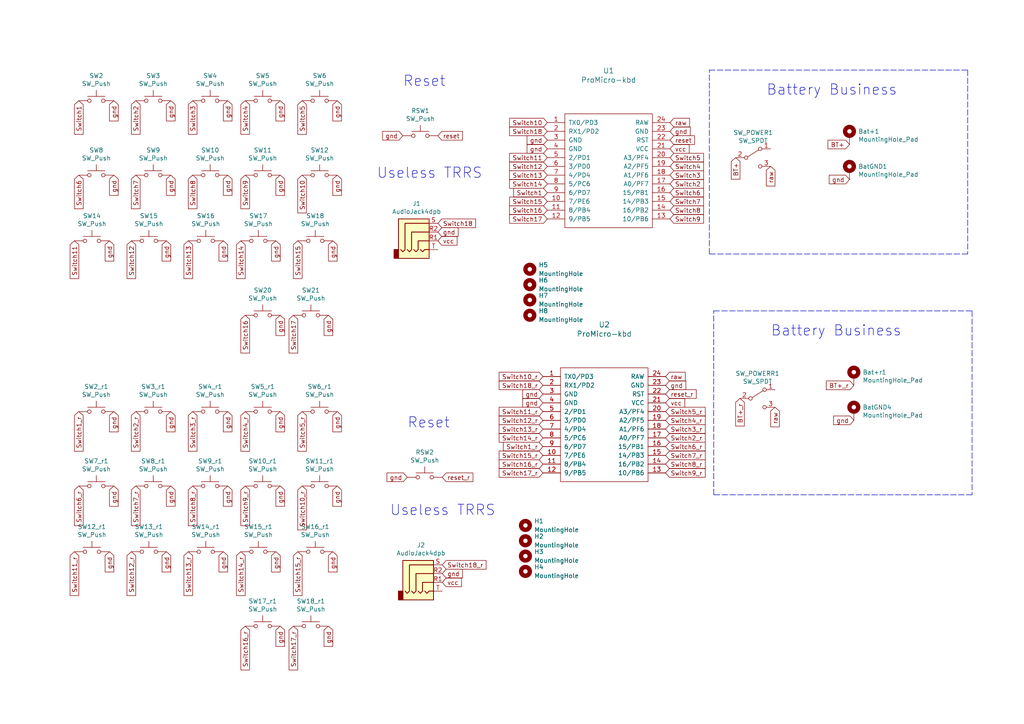
<source format=kicad_sch>
(kicad_sch (version 20211123) (generator eeschema)
  (paper "A4")
  (title_block (title "Sweep V2") (date "2021-03-10") (rev "0.1") (company "broomlabs"))
  (lib_symbols
    (symbol "Connector:AudioJack4"
      (property "Reference" "J" (at 0 8.89 0))
      (property "Value" "AudioJack4" (at 0 6.35 0))
      (symbol "AudioJack4_0_1"
        (rectangle (start -6.35 -5.08) (end -7.62 -7.62) (stroke (width 0.254)) (fill (type outline)))
        (polyline (pts (xy 0 -5.08) (xy 0.635 -5.715) (xy 1.27 -5.08) (xy 2.54 -5.08)) (stroke (width 0.254)))
        (polyline (pts (xy -5.715 -5.08) (xy -5.08 -5.715) (xy -4.445 -5.08) (xy -4.445 2.54) (xy 2.54 2.54)) (stroke (width 0.254)))
        (polyline (pts (xy -1.905 -5.08) (xy -1.27 -5.715) (xy -0.635 -5.08) (xy -0.635 -2.54) (xy 2.54 -2.54)) (stroke (width 0.254)))
        (polyline (pts (xy 2.54 0) (xy -2.54 0) (xy -2.54 -5.08) (xy -3.175 -5.715) (xy -3.81 -5.08)) (stroke (width 0.254)))
        (rectangle (start 2.54 3.81) (end -6.35 -7.62) (stroke (width 0.254)) (fill (type background)))
      )
      (symbol "AudioJack4_1_1"
        (pin passive line (at 5.08 -2.54 180) (length 2.54) (name "~") (number "R1"))
        (pin passive line (at 5.08 0 180) (length 2.54) (name "~") (number "R2"))
        (pin passive line (at 5.08 2.54 180) (length 2.54) (name "~") (number "S"))
        (pin passive line (at 5.08 -5.08 180) (length 2.54) (name "~") (number "T"))
      )
    )
    (symbol "Mechanical:MountingHole" (pin_names (offset 1.016))
      (property "Reference" "H" (at 0 5.08 0))
      (property "Value" "MountingHole" (at 0 3.175 0))
      (symbol "MountingHole_0_1"
        (circle (center 0 0) (radius 1.27) (stroke (width 1.27)))
      )
    )
    (symbol "Mechanical:MountingHole_Pad" (pin_numbers hide) (pin_names (offset 1.016) hide)
      (property "Reference" "H" (at 0 6.35 0))
      (property "Value" "MountingHole_Pad" (at 0 4.445 0))
      (symbol "MountingHole_Pad_0_1"
        (circle (center 0 1.27) (radius 1.27) (stroke (width 1.27)))
      )
      (symbol "MountingHole_Pad_1_1"
        (pin input line (at 0 -2.54 90) (length 2.54) (name "1") (number "1"))
      )
    )
    (symbol "Switch:SW_Push" (pin_numbers hide) (pin_names (offset 1.016) hide)
      (property "Reference" "SW" (at 1.27 2.54 0))
      (property "Value" "SW_Push" (at 0 -1.524 0))
      (symbol "SW_Push_0_1"
        (circle (center -2.032 0) (radius 0.508))
        (polyline (pts (xy 0 1.27) (xy 0 3.048)))
        (polyline (pts (xy 2.54 1.27) (xy -2.54 1.27)))
        (circle (center 2.032 0) (radius 0.508))
        (pin passive line (at -5.08 0 0) (length 2.54) (name "1") (number "1"))
        (pin passive line (at 5.08 0 180) (length 2.54) (name "2") (number "2"))
      )
    )
    (symbol "Switch:SW_SPDT" (pin_names (offset 0) hide)
      (property "Reference" "SW" (at 0 4.318 0))
      (property "Value" "SW_SPDT" (at 0 -5.08 0))
      (symbol "SW_SPDT_0_0"
        (circle (center -2.032 0) (radius 0.508))
        (circle (center 2.032 -2.54) (radius 0.508))
      )
      (symbol "SW_SPDT_0_1"
        (polyline (pts (xy -1.524 0.254) (xy 1.651 2.286)))
        (circle (center 2.032 2.54) (radius 0.508))
      )
      (symbol "SW_SPDT_1_1"
        (pin passive line (at 5.08 2.54 180) (length 2.54) (name "A") (number "1"))
        (pin passive line (at -5.08 0 0) (length 2.54) (name "B") (number "2"))
        (pin passive line (at 5.08 -2.54 180) (length 2.54) (name "C") (number "3"))
      )
    )
    (symbol "keebio:ProMicro" (pin_names (offset 1.016))
      (property "Reference" "U" (at 0 0 0))
      (property "Value" "ProMicro" (at 0 -19.05 0))
      (symbol "ProMicro_0_1"
        (rectangle (start -12.7 -16.51) (end 12.7 16.51))
      )
      (symbol "ProMicro_1_1"
        (pin input line (at -17.78 13.97 0) (length 5.08) (name "TX0/PD3") (number "1"))
        (pin input line (at -17.78 -8.89 0) (length 5.08) (name "7/PE6") (number "10"))
        (pin input line (at -17.78 -11.43 0) (length 5.08) (name "8/PB4") (number "11"))
        (pin input line (at -17.78 -13.97 0) (length 5.08) (name "9/PB5") (number "12"))
        (pin input line (at 17.78 -13.97 180) (length 5.08) (name "10/PB6") (number "13"))
        (pin input line (at 17.78 -11.43 180) (length 5.08) (name "16/PB2") (number "14"))
        (pin input line (at 17.78 -8.89 180) (length 5.08) (name "14/PB3") (number "15"))
        (pin input line (at 17.78 -6.35 180) (length 5.08) (name "15/PB1") (number "16"))
        (pin input line (at 17.78 -3.81 180) (length 5.08) (name "A0/PF7") (number "17"))
        (pin input line (at 17.78 -1.27 180) (length 5.08) (name "A1/PF6") (number "18"))
        (pin input line (at 17.78 1.27 180) (length 5.08) (name "A2/PF5") (number "19"))
        (pin input line (at -17.78 11.43 0) (length 5.08) (name "RX1/PD2") (number "2"))
        (pin input line (at 17.78 3.81 180) (length 5.08) (name "A3/PF4") (number "20"))
        (pin input line (at 17.78 6.35 180) (length 5.08) (name "VCC") (number "21"))
        (pin input line (at 17.78 8.89 180) (length 5.08) (name "RST") (number "22"))
        (pin input line (at 17.78 11.43 180) (length 5.08) (name "GND") (number "23"))
        (pin input line (at 17.78 13.97 180) (length 5.08) (name "RAW") (number "24"))
        (pin input line (at -17.78 8.89 0) (length 5.08) (name "GND") (number "3"))
        (pin input line (at -17.78 6.35 0) (length 5.08) (name "GND") (number "4"))
        (pin input line (at -17.78 3.81 0) (length 5.08) (name "2/PD1") (number "5"))
        (pin input line (at -17.78 1.27 0) (length 5.08) (name "3/PD0") (number "6"))
        (pin input line (at -17.78 -1.27 0) (length 5.08) (name "4/PD4") (number "7"))
        (pin input line (at -17.78 -3.81 0) (length 5.08) (name "5/PC6") (number "8"))
        (pin input line (at -17.78 -6.35 0) (length 5.08) (name "6/PD7") (number "9"))
      )
    )
  )
  (polyline (pts (xy 281.94 143.51) (xy 207.01 143.51)))
  (polyline (pts (xy 205.74 20.32) (xy 280.67 20.32)))
  (polyline (pts (xy 280.67 73.66) (xy 205.74 73.66)))
  (polyline (pts (xy 207.01 143.51) (xy 207.01 90.17)))
  (polyline (pts (xy 205.74 73.66) (xy 205.74 20.32)))
  (polyline (pts (xy 281.94 90.17) (xy 281.94 143.51)))
  (polyline (pts (xy 207.01 90.17) (xy 281.94 90.17)))
  (polyline (pts (xy 280.67 20.32) (xy 280.67 73.66)))
  (text "Battery Business" (at 222.25 27.94 0) (effects (font (size 2.9972 2.9972)) (justify left bottom)))
  (text "Reset" (at 118.11 124.46 0) (effects (font (size 2.9972 2.9972)) (justify left bottom)))
  (text "Reset" (at 116.84 25.4 0) (effects (font (size 2.9972 2.9972)) (justify left bottom)))
  (text "Battery Business" (at 223.52 97.79 0) (effects (font (size 2.9972 2.9972)) (justify left bottom)))
  (text "Useless TRRS\n" (at 113.03 149.86 0) (effects (font (size 2.9972 2.9972)) (justify left bottom)))
  (text "Useless TRRS\n" (at 109.22 52.07 0) (effects (font (size 2.9972 2.9972)) (justify left bottom)))
  (global_label "Switch9_r" (shape input) (at 71.12 140.97 270) (property "Intersheet References" "${INTERSHEET_REFS}" (effects hide)))
  (global_label "Switch1" (shape input) (at 22.86 29.21 270) (property "Intersheet References" "${INTERSHEET_REFS}" (effects hide)))
  (global_label "Switch16" (shape input) (at 158.75 60.96 180) (property "Intersheet References" "${INTERSHEET_REFS}" (effects hide)))
  (global_label "reset" (shape input) (at 194.31 40.64 0) (property "Intersheet References" "${INTERSHEET_REFS}" (effects hide)))
  (global_label "Switch3" (shape input) (at 55.88 29.21 270) (property "Intersheet References" "${INTERSHEET_REFS}" (effects hide)))
  (global_label "BT+" (shape input) (at 246.38 41.91 180) (property "Intersheet References" "${INTERSHEET_REFS}" (effects hide)))
  (global_label "gnd" (shape input) (at 96.52 160.02 270) (property "Intersheet References" "${INTERSHEET_REFS}" (effects hide)))
  (global_label "Switch8_r" (shape input) (at 55.88 140.97 270) (property "Intersheet References" "${INTERSHEET_REFS}" (effects hide)))
  (global_label "gnd" (shape input) (at 49.53 140.97 270) (property "Intersheet References" "${INTERSHEET_REFS}" (effects hide)))
  (global_label "Switch9" (shape input) (at 71.12 50.8 270) (property "Intersheet References" "${INTERSHEET_REFS}" (effects hide)))
  (global_label "raw" (shape input) (at 223.52 48.26 270) (property "Intersheet References" "${INTERSHEET_REFS}" (effects hide)))
  (global_label "Switch3" (shape input) (at 194.31 50.8 0) (property "Intersheet References" "${INTERSHEET_REFS}" (effects hide)))
  (global_label "Switch7_r" (shape input) (at 193.04 132.08 0) (property "Intersheet References" "${INTERSHEET_REFS}" (effects hide)))
  (global_label "reset_r" (shape input) (at 193.04 114.3 0) (property "Intersheet References" "${INTERSHEET_REFS}" (effects hide)))
  (global_label "Switch5_r" (shape input) (at 193.04 119.38 0) (property "Intersheet References" "${INTERSHEET_REFS}" (effects hide)))
  (global_label "Switch17" (shape input) (at 85.09 91.44 270) (property "Intersheet References" "${INTERSHEET_REFS}" (effects hide)))
  (global_label "Switch6_r" (shape input) (at 22.86 140.97 270) (property "Intersheet References" "${INTERSHEET_REFS}" (effects hide)))
  (global_label "Switch7_r" (shape input) (at 39.37 140.97 270) (property "Intersheet References" "${INTERSHEET_REFS}" (effects hide)))
  (global_label "gnd" (shape input) (at 247.65 121.92 180) (property "Intersheet References" "${INTERSHEET_REFS}" (effects hide)))
  (global_label "Switch5_r" (shape input) (at 87.63 119.38 270) (property "Intersheet References" "${INTERSHEET_REFS}" (effects hide)))
  (global_label "gnd" (shape input) (at 31.75 69.85 270) (property "Intersheet References" "${INTERSHEET_REFS}" (effects hide)))
  (global_label "Switch8" (shape input) (at 194.31 60.96 0) (property "Intersheet References" "${INTERSHEET_REFS}" (effects hide)))
  (global_label "gnd" (shape input) (at 95.25 181.61 270) (property "Intersheet References" "${INTERSHEET_REFS}" (effects hide)))
  (global_label "gnd" (shape input) (at 158.75 40.64 180) (property "Intersheet References" "${INTERSHEET_REFS}" (effects hide)))
  (global_label "gnd" (shape input) (at 33.02 50.8 270) (property "Intersheet References" "${INTERSHEET_REFS}" (effects hide)))
  (global_label "Switch14" (shape input) (at 69.85 69.85 270) (property "Intersheet References" "${INTERSHEET_REFS}" (effects hide)))
  (global_label "reset_r" (shape input) (at 128.27 138.43 0) (property "Intersheet References" "${INTERSHEET_REFS}" (effects hide)))
  (global_label "BT+" (shape input) (at 213.36 45.72 270) (property "Intersheet References" "${INTERSHEET_REFS}" (effects hide)))
  (global_label "Switch10_r" (shape input) (at 87.63 140.97 270) (property "Intersheet References" "${INTERSHEET_REFS}" (effects hide)))
  (global_label "gnd" (shape input) (at 96.52 69.85 270) (property "Intersheet References" "${INTERSHEET_REFS}" (effects hide)))
  (global_label "Switch2" (shape input) (at 39.37 29.21 270) (property "Intersheet References" "${INTERSHEET_REFS}" (effects hide)))
  (global_label "gnd" (shape input) (at 66.04 119.38 270) (property "Intersheet References" "${INTERSHEET_REFS}" (effects hide)))
  (global_label "Switch5" (shape input) (at 194.31 45.72 0) (property "Intersheet References" "${INTERSHEET_REFS}" (effects hide)))
  (global_label "Switch14_r" (shape input) (at 157.48 127 180) (property "Intersheet References" "${INTERSHEET_REFS}" (effects hide)))
  (global_label "Switch7" (shape input) (at 194.31 58.42 0) (property "Intersheet References" "${INTERSHEET_REFS}" (effects hide)))
  (global_label "gnd" (shape input) (at 66.04 29.21 270) (property "Intersheet References" "${INTERSHEET_REFS}" (effects hide)))
  (global_label "raw" (shape input) (at 224.79 118.11 270) (property "Intersheet References" "${INTERSHEET_REFS}" (effects hide)))
  (global_label "raw" (shape input) (at 194.31 35.56 0) (property "Intersheet References" "${INTERSHEET_REFS}" (effects hide)))
  (global_label "Switch14_r" (shape input) (at 69.85 160.02 270) (property "Intersheet References" "${INTERSHEET_REFS}" (effects hide)))
  (global_label "vcc" (shape input) (at 194.31 43.18 0) (property "Intersheet References" "${INTERSHEET_REFS}" (effects hide)))
  (global_label "gnd" (shape input) (at 81.28 140.97 270) (property "Intersheet References" "${INTERSHEET_REFS}" (effects hide)))
  (global_label "Switch6" (shape input) (at 194.31 55.88 0) (property "Intersheet References" "${INTERSHEET_REFS}" (effects hide)))
  (global_label "Switch18_r" (shape input) (at 128.27 163.83 0) (property "Intersheet References" "${INTERSHEET_REFS}" (effects hide)))
  (global_label "Switch2" (shape input) (at 194.31 53.34 0) (property "Intersheet References" "${INTERSHEET_REFS}" (effects hide)))
  (global_label "Switch11" (shape input) (at 21.59 69.85 270) (property "Intersheet References" "${INTERSHEET_REFS}" (effects hide)))
  (global_label "Switch6_r" (shape input) (at 193.04 129.54 0) (property "Intersheet References" "${INTERSHEET_REFS}" (effects hide)))
  (global_label "Switch18" (shape input) (at 158.75 38.1 180) (property "Intersheet References" "${INTERSHEET_REFS}" (effects hide)))
  (global_label "Switch4_r" (shape input) (at 193.04 121.92 0) (property "Intersheet References" "${INTERSHEET_REFS}" (effects hide)))
  (global_label "Switch11_r" (shape input) (at 157.48 119.38 180) (property "Intersheet References" "${INTERSHEET_REFS}" (effects hide)))
  (global_label "Switch9_r" (shape input) (at 193.04 137.16 0) (property "Intersheet References" "${INTERSHEET_REFS}" (effects hide)))
  (global_label "gnd" (shape input) (at 49.53 119.38 270) (property "Intersheet References" "${INTERSHEET_REFS}" (effects hide)))
  (global_label "gnd" (shape input) (at 128.27 166.37 0) (property "Intersheet References" "${INTERSHEET_REFS}" (effects hide)))
  (global_label "gnd" (shape input) (at 158.75 43.18 180) (property "Intersheet References" "${INTERSHEET_REFS}" (effects hide)))
  (global_label "gnd" (shape input) (at 97.79 119.38 270) (property "Intersheet References" "${INTERSHEET_REFS}" (effects hide)))
  (global_label "Switch13" (shape input) (at 54.61 69.85 270) (property "Intersheet References" "${INTERSHEET_REFS}" (effects hide)))
  (global_label "Switch1" (shape input) (at 158.75 55.88 180) (property "Intersheet References" "${INTERSHEET_REFS}" (effects hide)))
  (global_label "gnd" (shape input) (at 31.75 160.02 270) (property "Intersheet References" "${INTERSHEET_REFS}" (effects hide)))
  (global_label "gnd" (shape input) (at 48.26 69.85 270) (property "Intersheet References" "${INTERSHEET_REFS}" (effects hide)))
  (global_label "vcc" (shape input) (at 127 69.85 0) (property "Intersheet References" "${INTERSHEET_REFS}" (effects hide)))
  (global_label "Switch9" (shape input) (at 194.31 63.5 0) (property "Intersheet References" "${INTERSHEET_REFS}" (effects hide)))
  (global_label "Switch2_r" (shape input) (at 39.37 119.38 270) (property "Intersheet References" "${INTERSHEET_REFS}" (effects hide)))
  (global_label "gnd" (shape input) (at 157.48 114.3 180) (property "Intersheet References" "${INTERSHEET_REFS}" (effects hide)))
  (global_label "Switch4" (shape input) (at 194.31 48.26 0) (property "Intersheet References" "${INTERSHEET_REFS}" (effects hide)))
  (global_label "Switch4" (shape input) (at 71.12 29.21 270) (property "Intersheet References" "${INTERSHEET_REFS}" (effects hide)))
  (global_label "Switch5" (shape input) (at 87.63 29.21 270) (property "Intersheet References" "${INTERSHEET_REFS}" (effects hide)))
  (global_label "Switch17_r" (shape input) (at 85.09 181.61 270) (property "Intersheet References" "${INTERSHEET_REFS}" (effects hide)))
  (global_label "gnd" (shape input) (at 80.01 69.85 270) (property "Intersheet References" "${INTERSHEET_REFS}" (effects hide)))
  (global_label "Switch10" (shape input) (at 87.63 50.8 270) (property "Intersheet References" "${INTERSHEET_REFS}" (effects hide)))
  (global_label "Switch12" (shape input) (at 38.1 69.85 270) (property "Intersheet References" "${INTERSHEET_REFS}" (effects hide)))
  (global_label "gnd" (shape input) (at 81.28 181.61 270) (property "Intersheet References" "${INTERSHEET_REFS}" (effects hide)))
  (global_label "Switch17" (shape input) (at 158.75 63.5 180) (property "Intersheet References" "${INTERSHEET_REFS}" (effects hide)))
  (global_label "Switch13" (shape input) (at 158.75 50.8 180) (property "Intersheet References" "${INTERSHEET_REFS}" (effects hide)))
  (global_label "gnd" (shape input) (at 48.26 160.02 270) (property "Intersheet References" "${INTERSHEET_REFS}" (effects hide)))
  (global_label "gnd" (shape input) (at 64.77 69.85 270) (property "Intersheet References" "${INTERSHEET_REFS}" (effects hide)))
  (global_label "Switch8_r" (shape input) (at 193.04 134.62 0) (property "Intersheet References" "${INTERSHEET_REFS}" (effects hide)))
  (global_label "Switch4_r" (shape input) (at 71.12 119.38 270) (property "Intersheet References" "${INTERSHEET_REFS}" (effects hide)))
  (global_label "Switch2_r" (shape input) (at 193.04 127 0) (property "Intersheet References" "${INTERSHEET_REFS}" (effects hide)))
  (global_label "BT+_r" (shape input) (at 214.63 115.57 270) (property "Intersheet References" "${INTERSHEET_REFS}" (effects hide)))
  (global_label "Switch15_r" (shape input) (at 86.36 160.02 270) (property "Intersheet References" "${INTERSHEET_REFS}" (effects hide)))
  (global_label "gnd" (shape input) (at 33.02 140.97 270) (property "Intersheet References" "${INTERSHEET_REFS}" (effects hide)))
  (global_label "Switch10_r" (shape input) (at 157.48 109.22 180) (property "Intersheet References" "${INTERSHEET_REFS}" (effects hide)))
  (global_label "Switch16_r" (shape input) (at 71.12 181.61 270) (property "Intersheet References" "${INTERSHEET_REFS}" (effects hide)))
  (global_label "Switch12" (shape input) (at 158.75 48.26 180) (property "Intersheet References" "${INTERSHEET_REFS}" (effects hide)))
  (global_label "gnd" (shape input) (at 193.04 111.76 0) (property "Intersheet References" "${INTERSHEET_REFS}" (effects hide)))
  (global_label "Switch12_r" (shape input) (at 38.1 160.02 270) (property "Intersheet References" "${INTERSHEET_REFS}" (effects hide)))
  (global_label "gnd" (shape input) (at 33.02 119.38 270) (property "Intersheet References" "${INTERSHEET_REFS}" (effects hide)))
  (global_label "gnd" (shape input) (at 116.84 39.37 180) (property "Intersheet References" "${INTERSHEET_REFS}" (effects hide)))
  (global_label "gnd" (shape input) (at 97.79 50.8 270) (property "Intersheet References" "${INTERSHEET_REFS}" (effects hide)))
  (global_label "gnd" (shape input) (at 97.79 140.97 270) (property "Intersheet References" "${INTERSHEET_REFS}" (effects hide)))
  (global_label "Switch10" (shape input) (at 158.75 35.56 180) (property "Intersheet References" "${INTERSHEET_REFS}" (effects hide)))
  (global_label "Switch8" (shape input) (at 55.88 50.8 270) (property "Intersheet References" "${INTERSHEET_REFS}" (effects hide)))
  (global_label "Switch1_r" (shape input) (at 157.48 129.54 180) (property "Intersheet References" "${INTERSHEET_REFS}" (effects hide)))
  (global_label "Switch16" (shape input) (at 71.12 91.44 270) (property "Intersheet References" "${INTERSHEET_REFS}" (effects hide)))
  (global_label "gnd" (shape input) (at 118.11 138.43 180) (property "Intersheet References" "${INTERSHEET_REFS}" (effects hide)))
  (global_label "Switch13_r" (shape input) (at 54.61 160.02 270) (property "Intersheet References" "${INTERSHEET_REFS}" (effects hide)))
  (global_label "gnd" (shape input) (at 81.28 91.44 270) (property "Intersheet References" "${INTERSHEET_REFS}" (effects hide)))
  (global_label "Switch13_r" (shape input) (at 157.48 124.46 180) (property "Intersheet References" "${INTERSHEET_REFS}" (effects hide)))
  (global_label "Switch1_r" (shape input) (at 22.86 119.38 270) (property "Intersheet References" "${INTERSHEET_REFS}" (effects hide)))
  (global_label "gnd" (shape input) (at 66.04 50.8 270) (property "Intersheet References" "${INTERSHEET_REFS}" (effects hide)))
  (global_label "BT+_r" (shape input) (at 247.65 111.76 180) (property "Intersheet References" "${INTERSHEET_REFS}" (effects hide)))
  (global_label "Switch3_r" (shape input) (at 55.88 119.38 270) (property "Intersheet References" "${INTERSHEET_REFS}" (effects hide)))
  (global_label "gnd" (shape input) (at 80.01 160.02 270) (property "Intersheet References" "${INTERSHEET_REFS}" (effects hide)))
  (global_label "gnd" (shape input) (at 246.38 52.07 180) (property "Intersheet References" "${INTERSHEET_REFS}" (effects hide)))
  (global_label "Switch15_r" (shape input) (at 157.48 132.08 180) (property "Intersheet References" "${INTERSHEET_REFS}" (effects hide)))
  (global_label "vcc" (shape input) (at 193.04 116.84 0) (property "Intersheet References" "${INTERSHEET_REFS}" (effects hide)))
  (global_label "reset" (shape input) (at 127 39.37 0) (property "Intersheet References" "${INTERSHEET_REFS}" (effects hide)))
  (global_label "gnd" (shape input) (at 95.25 91.44 270) (property "Intersheet References" "${INTERSHEET_REFS}" (effects hide)))
  (global_label "Switch18" (shape input) (at 127 64.77 0) (property "Intersheet References" "${INTERSHEET_REFS}" (effects hide)))
  (global_label "gnd" (shape input) (at 127 67.31 0) (property "Intersheet References" "${INTERSHEET_REFS}" (effects hide)))
  (global_label "gnd" (shape input) (at 49.53 29.21 270) (property "Intersheet References" "${INTERSHEET_REFS}" (effects hide)))
  (global_label "vcc" (shape input) (at 128.27 168.91 0) (property "Intersheet References" "${INTERSHEET_REFS}" (effects hide)))
  (global_label "Switch12_r" (shape input) (at 157.48 121.92 180) (property "Intersheet References" "${INTERSHEET_REFS}" (effects hide)))
  (global_label "Switch15" (shape input) (at 86.36 69.85 270) (property "Intersheet References" "${INTERSHEET_REFS}" (effects hide)))
  (global_label "gnd" (shape input) (at 157.48 116.84 180) (property "Intersheet References" "${INTERSHEET_REFS}" (effects hide)))
  (global_label "gnd" (shape input) (at 33.02 29.21 270) (property "Intersheet References" "${INTERSHEET_REFS}" (effects hide)))
  (global_label "Switch7" (shape input) (at 39.37 50.8 270) (property "Intersheet References" "${INTERSHEET_REFS}" (effects hide)))
  (global_label "gnd" (shape input) (at 66.04 140.97 270) (property "Intersheet References" "${INTERSHEET_REFS}" (effects hide)))
  (global_label "Switch14" (shape input) (at 158.75 53.34 180) (property "Intersheet References" "${INTERSHEET_REFS}" (effects hide)))
  (global_label "Switch11" (shape input) (at 158.75 45.72 180) (property "Intersheet References" "${INTERSHEET_REFS}" (effects hide)))
  (global_label "gnd" (shape input) (at 49.53 50.8 270) (property "Intersheet References" "${INTERSHEET_REFS}" (effects hide)))
  (global_label "gnd" (shape input) (at 81.28 119.38 270) (property "Intersheet References" "${INTERSHEET_REFS}" (effects hide)))
  (global_label "Switch18_r" (shape input) (at 157.48 111.76 180) (property "Intersheet References" "${INTERSHEET_REFS}" (effects hide)))
  (global_label "raw" (shape input) (at 193.04 109.22 0) (property "Intersheet References" "${INTERSHEET_REFS}" (effects hide)))
  (global_label "Switch17_r" (shape input) (at 157.48 137.16 180) (property "Intersheet References" "${INTERSHEET_REFS}" (effects hide)))
  (global_label "Switch16_r" (shape input) (at 157.48 134.62 180) (property "Intersheet References" "${INTERSHEET_REFS}" (effects hide)))
  (global_label "gnd" (shape input) (at 81.28 29.21 270) (property "Intersheet References" "${INTERSHEET_REFS}" (effects hide)))
  (global_label "Switch3_r" (shape input) (at 193.04 124.46 0) (property "Intersheet References" "${INTERSHEET_REFS}" (effects hide)))
  (global_label "Switch11_r" (shape input) (at 21.59 160.02 270) (property "Intersheet References" "${INTERSHEET_REFS}" (effects hide)))
  (global_label "gnd" (shape input) (at 194.31 38.1 0) (property "Intersheet References" "${INTERSHEET_REFS}" (effects hide)))
  (global_label "gnd" (shape input) (at 64.77 160.02 270) (property "Intersheet References" "${INTERSHEET_REFS}" (effects hide)))
  (global_label "gnd" (shape input) (at 81.28 50.8 270) (property "Intersheet References" "${INTERSHEET_REFS}" (effects hide)))
  (global_label "Switch6" (shape input) (at 22.86 50.8 270) (property "Intersheet References" "${INTERSHEET_REFS}" (effects hide)))
  (global_label "gnd" (shape input) (at 97.79 29.21 270) (property "Intersheet References" "${INTERSHEET_REFS}" (effects hide)))
  (global_label "Switch15" (shape input) (at 158.75 58.42 180) (property "Intersheet References" "${INTERSHEET_REFS}" (effects hide)))
  (symbol (lib_id "Mechanical:MountingHole_Pad") (at 246.38 39.37 0) (unit 1)
    (property "Reference" "Bat+1" (at 248.92 38.1254 0) (effects (justify left)))
    (property "Value" "MountingHole_Pad" (at 248.92 40.4368 0) (effects (justify left)))
    (property "Footprint" "Connector_Pin:Pin_D1.4mm_L8.5mm_W2.8mm_FlatFork" (effects hide))
  )
  (symbol (lib_id "Mechanical:MountingHole_Pad") (at 246.38 49.53 0) (unit 1)
    (property "Reference" "BatGND1" (at 248.92 48.2854 0) (effects (justify left)))
    (property "Value" "MountingHole_Pad" (at 248.92 50.5968 0) (effects (justify left)))
    (property "Footprint" "Connector_Pin:Pin_D1.4mm_L8.5mm_W2.8mm_FlatFork" (effects hide))
  )
  (symbol (lib_id "keebio:ProMicro") (at 176.53 49.53 0) (unit 1)
    (property "Reference" "U1" (at 176.53 20.4978 0) (effects (font (size 1.524 1.524))))
    (property "Value" "ProMicro-kbd" (at 176.53 23.1902 0) (effects (font (size 1.524 1.524))))
    (property "Footprint" "Keebio-Parts:ArduinoProMicro-BackSide" (effects hide))
  )
  (symbol (lib_id "Switch:SW_Push") (at 27.94 29.21 0) (unit 1)
    (property "Reference" "SW2" (at 27.94 21.971 0))
    (property "Value" "SW_Push" (at 27.94 24.2824 0))
    (property "Footprint" "kbd:CherryMX_Choc_1u" (effects hide))
  )
  (symbol (lib_id "Switch:SW_Push") (at 44.45 29.21 0) (unit 1)
    (property "Reference" "SW3" (at 44.45 21.971 0))
    (property "Value" "SW_Push" (at 44.45 24.2824 0))
    (property "Footprint" "kbd:CherryMX_Choc_1u" (effects hide))
  )
  (symbol (lib_id "Switch:SW_Push") (at 60.96 29.21 0) (unit 1)
    (property "Reference" "SW4" (at 60.96 21.971 0))
    (property "Value" "SW_Push" (at 60.96 24.2824 0))
    (property "Footprint" "kbd:CherryMX_Choc_1u" (effects hide))
  )
  (symbol (lib_id "Switch:SW_Push") (at 76.2 29.21 0) (unit 1)
    (property "Reference" "SW5" (at 76.2 21.971 0))
    (property "Value" "SW_Push" (at 76.2 24.2824 0))
    (property "Footprint" "kbd:CherryMX_Choc_1u" (effects hide))
  )
  (symbol (lib_id "Switch:SW_Push") (at 92.71 29.21 0) (unit 1)
    (property "Reference" "SW6" (at 92.71 21.971 0))
    (property "Value" "SW_Push" (at 92.71 24.2824 0))
    (property "Footprint" "kbd:CherryMX_Choc_1u" (effects hide))
  )
  (symbol (lib_id "Switch:SW_Push") (at 76.2 91.44 0) (unit 1)
    (property "Reference" "SW20" (at 76.2 84.201 0))
    (property "Value" "SW_Push" (at 76.2 86.5124 0))
    (property "Footprint" "kbd:CherryMX_Choc_1u" (effects hide))
  )
  (symbol (lib_id "Switch:SW_Push") (at 90.17 91.44 0) (unit 1)
    (property "Reference" "SW21" (at 90.17 84.201 0))
    (property "Value" "SW_Push" (at 90.17 86.5124 0))
    (property "Footprint" "kbd:CherryMX_Choc_1u" (effects hide))
  )
  (symbol (lib_id "Switch:SW_Push") (at 27.94 50.8 0) (unit 1)
    (property "Reference" "SW8" (at 27.94 43.561 0))
    (property "Value" "SW_Push" (at 27.94 45.8724 0))
    (property "Footprint" "kbd:CherryMX_Choc_1u" (effects hide))
  )
  (symbol (lib_id "Switch:SW_Push") (at 44.45 50.8 0) (unit 1)
    (property "Reference" "SW9" (at 44.45 43.561 0))
    (property "Value" "SW_Push" (at 44.45 45.8724 0))
    (property "Footprint" "kbd:CherryMX_Choc_1u" (effects hide))
  )
  (symbol (lib_id "Switch:SW_Push") (at 60.96 50.8 0) (unit 1)
    (property "Reference" "SW10" (at 60.96 43.561 0))
    (property "Value" "SW_Push" (at 60.96 45.8724 0))
    (property "Footprint" "kbd:CherryMX_Choc_1u" (effects hide))
  )
  (symbol (lib_id "Switch:SW_Push") (at 76.2 50.8 0) (unit 1)
    (property "Reference" "SW11" (at 76.2 43.561 0))
    (property "Value" "SW_Push" (at 76.2 45.8724 0))
    (property "Footprint" "kbd:CherryMX_Choc_1u" (effects hide))
  )
  (symbol (lib_id "Switch:SW_Push") (at 92.71 50.8 0) (unit 1)
    (property "Reference" "SW12" (at 92.71 43.561 0))
    (property "Value" "SW_Push" (at 92.71 45.8724 0))
    (property "Footprint" "kbd:CherryMX_Choc_1u" (effects hide))
  )
  (symbol (lib_id "Switch:SW_Push") (at 26.67 69.85 0) (unit 1)
    (property "Reference" "SW14" (at 26.67 62.611 0))
    (property "Value" "SW_Push" (at 26.67 64.9224 0))
    (property "Footprint" "kbd:CherryMX_Choc_1u" (effects hide))
  )
  (symbol (lib_id "Switch:SW_Push") (at 43.18 69.85 0) (unit 1)
    (property "Reference" "SW15" (at 43.18 62.611 0))
    (property "Value" "SW_Push" (at 43.18 64.9224 0))
    (property "Footprint" "kbd:CherryMX_Choc_1u" (effects hide))
  )
  (symbol (lib_id "Switch:SW_Push") (at 59.69 69.85 0) (unit 1)
    (property "Reference" "SW16" (at 59.69 62.611 0))
    (property "Value" "SW_Push" (at 59.69 64.9224 0))
    (property "Footprint" "kbd:CherryMX_Choc_1u" (effects hide))
  )
  (symbol (lib_id "Switch:SW_Push") (at 74.93 69.85 0) (unit 1)
    (property "Reference" "SW17" (at 74.93 62.611 0))
    (property "Value" "SW_Push" (at 74.93 64.9224 0))
    (property "Footprint" "kbd:CherryMX_Choc_1u" (effects hide))
  )
  (symbol (lib_id "Switch:SW_Push") (at 91.44 69.85 0) (unit 1)
    (property "Reference" "SW18" (at 91.44 62.611 0))
    (property "Value" "SW_Push" (at 91.44 64.9224 0))
    (property "Footprint" "kbd:CherryMX_Choc_1u" (effects hide))
  )
  (symbol (lib_id "Switch:SW_Push") (at 121.92 39.37 0) (unit 1)
    (property "Reference" "RSW1" (at 121.92 32.131 0))
    (property "Value" "SW_Push" (at 121.92 34.4424 0))
    (property "Footprint" "Button_Switch_SMD:SW_SPST_B3U-1000P" (effects hide))
  )
  (symbol (lib_id "Switch:SW_SPDT") (at 218.44 45.72 0) (unit 1)
    (property "Reference" "SW_POWER1" (at 218.44 38.481 0))
    (property "Value" "SW_SPDT" (at 218.44 40.7924 0))
    (property "Footprint" "Button_Switch_SMD:SW_SPDT_PCM12" (effects hide))
  )
  (symbol (lib_id "Connector:AudioJack4") (at 121.92 67.31 0) (unit 1)
    (property "Reference" "J1" (at 120.8278 59.055 0))
    (property "Value" "AudioJack4dpb" (at 120.8278 61.3664 0))
    (property "Footprint" "Connector_Audio:Jack_3.5mm_PJ320D_Horizontal" (effects hide))
  )
  (symbol (lib_id "Switch:SW_Push") (at 27.94 119.38 0) (unit 1)
    (property "Reference" "SW2_r1" (at 27.94 112.141 0))
    (property "Value" "SW_Push" (at 27.94 114.4524 0))
    (property "Footprint" "kbd:CherryMX_Choc_1u" (effects hide))
  )
  (symbol (lib_id "Switch:SW_Push") (at 44.45 119.38 0) (unit 1)
    (property "Reference" "SW3_r1" (at 44.45 112.141 0))
    (property "Value" "SW_Push" (at 44.45 114.4524 0))
    (property "Footprint" "kbd:CherryMX_Choc_1u" (effects hide))
  )
  (symbol (lib_id "Switch:SW_Push") (at 60.96 119.38 0) (unit 1)
    (property "Reference" "SW4_r1" (at 60.96 112.141 0))
    (property "Value" "SW_Push" (at 60.96 114.4524 0))
    (property "Footprint" "kbd:CherryMX_Choc_1u" (effects hide))
  )
  (symbol (lib_id "Switch:SW_Push") (at 76.2 119.38 0) (unit 1)
    (property "Reference" "SW5_r1" (at 76.2 112.141 0))
    (property "Value" "SW_Push" (at 76.2 114.4524 0))
    (property "Footprint" "kbd:CherryMX_Choc_1u" (effects hide))
  )
  (symbol (lib_id "Switch:SW_Push") (at 92.71 119.38 0) (unit 1)
    (property "Reference" "SW6_r1" (at 92.71 112.141 0))
    (property "Value" "SW_Push" (at 92.71 114.4524 0))
    (property "Footprint" "kbd:CherryMX_Choc_1u" (effects hide))
  )
  (symbol (lib_id "Switch:SW_Push") (at 76.2 181.61 0) (unit 1)
    (property "Reference" "SW17_r1" (at 76.2 174.371 0))
    (property "Value" "SW_Push" (at 76.2 176.6824 0))
    (property "Footprint" "kbd:CherryMX_Choc_1u" (effects hide))
  )
  (symbol (lib_id "Switch:SW_Push") (at 90.17 181.61 0) (unit 1)
    (property "Reference" "SW18_r1" (at 90.17 174.371 0))
    (property "Value" "SW_Push" (at 90.17 176.6824 0))
    (property "Footprint" "kbd:CherryMX_Choc_1u" (effects hide))
  )
  (symbol (lib_id "Switch:SW_Push") (at 27.94 140.97 0) (unit 1)
    (property "Reference" "SW7_r1" (at 27.94 133.731 0))
    (property "Value" "SW_Push" (at 27.94 136.0424 0))
    (property "Footprint" "kbd:CherryMX_Choc_1u" (effects hide))
  )
  (symbol (lib_id "Switch:SW_Push") (at 44.45 140.97 0) (unit 1)
    (property "Reference" "SW8_r1" (at 44.45 133.731 0))
    (property "Value" "SW_Push" (at 44.45 136.0424 0))
    (property "Footprint" "kbd:CherryMX_Choc_1u" (effects hide))
  )
  (symbol (lib_id "Switch:SW_Push") (at 60.96 140.97 0) (unit 1)
    (property "Reference" "SW9_r1" (at 60.96 133.731 0))
    (property "Value" "SW_Push" (at 60.96 136.0424 0))
    (property "Footprint" "kbd:CherryMX_Choc_1u" (effects hide))
  )
  (symbol (lib_id "Switch:SW_Push") (at 76.2 140.97 0) (unit 1)
    (property "Reference" "SW10_r1" (at 76.2 133.731 0))
    (property "Value" "SW_Push" (at 76.2 136.0424 0))
    (property "Footprint" "kbd:CherryMX_Choc_1u" (effects hide))
  )
  (symbol (lib_id "Switch:SW_Push") (at 92.71 140.97 0) (unit 1)
    (property "Reference" "SW11_r1" (at 92.71 133.731 0))
    (property "Value" "SW_Push" (at 92.71 136.0424 0))
    (property "Footprint" "kbd:CherryMX_Choc_1u" (effects hide))
  )
  (symbol (lib_id "Switch:SW_Push") (at 26.67 160.02 0) (unit 1)
    (property "Reference" "SW12_r1" (at 26.67 152.781 0))
    (property "Value" "SW_Push" (at 26.67 155.0924 0))
    (property "Footprint" "kbd:CherryMX_Choc_1u" (effects hide))
  )
  (symbol (lib_id "Switch:SW_Push") (at 43.18 160.02 0) (unit 1)
    (property "Reference" "SW13_r1" (at 43.18 152.781 0))
    (property "Value" "SW_Push" (at 43.18 155.0924 0))
    (property "Footprint" "kbd:CherryMX_Choc_1u" (effects hide))
  )
  (symbol (lib_id "Switch:SW_Push") (at 59.69 160.02 0) (unit 1)
    (property "Reference" "SW14_r1" (at 59.69 152.781 0))
    (property "Value" "SW_Push" (at 59.69 155.0924 0))
    (property "Footprint" "kbd:CherryMX_Choc_1u" (effects hide))
  )
  (symbol (lib_id "Switch:SW_Push") (at 74.93 160.02 0) (unit 1)
    (property "Reference" "SW15_r1" (at 74.93 152.781 0))
    (property "Value" "SW_Push" (at 74.93 155.0924 0))
    (property "Footprint" "kbd:CherryMX_Choc_1u" (effects hide))
  )
  (symbol (lib_id "Switch:SW_Push") (at 91.44 160.02 0) (unit 1)
    (property "Reference" "SW16_r1" (at 91.44 152.781 0))
    (property "Value" "SW_Push" (at 91.44 155.0924 0))
    (property "Footprint" "kbd:CherryMX_Choc_1u" (effects hide))
  )
  (symbol (lib_id "keebio:ProMicro") (at 175.26 123.19 0) (unit 1)
    (property "Reference" "U2" (at 175.26 94.1578 0) (effects (font (size 1.524 1.524))))
    (property "Value" "ProMicro-kbd" (at 175.26 96.8502 0) (effects (font (size 1.524 1.524))))
    (property "Footprint" "Keebio-Parts:ArduinoProMicro-BackSide" (effects hide))
  )
  (symbol (lib_id "Switch:SW_Push") (at 123.19 138.43 0) (unit 1)
    (property "Reference" "RSW2" (at 123.19 131.191 0))
    (property "Value" "SW_Push" (at 123.19 133.5024 0))
    (property "Footprint" "Button_Switch_SMD:SW_SPST_B3U-1000P" (effects hide))
  )
  (symbol (lib_id "Connector:AudioJack4") (at 123.19 166.37 0) (unit 1)
    (property "Reference" "J2" (at 122.0978 158.115 0))
    (property "Value" "AudioJack4dpb" (at 122.0978 160.4264 0))
    (property "Footprint" "Connector_Audio:Jack_3.5mm_PJ320D_Horizontal" (effects hide))
  )
  (symbol (lib_id "Switch:SW_SPDT") (at 219.71 115.57 0) (unit 1)
    (property "Reference" "SW_POWERR1" (at 219.71 108.331 0))
    (property "Value" "SW_SPDT" (at 219.71 110.6424 0))
    (property "Footprint" "Button_Switch_SMD:SW_SPDT_PCM12" (effects hide))
  )
  (symbol (lib_id "Mechanical:MountingHole_Pad") (at 247.65 109.22 0) (unit 1)
    (property "Reference" "Bat+r1" (at 250.19 107.9754 0) (effects (justify left)))
    (property "Value" "MountingHole_Pad" (at 250.19 110.2868 0) (effects (justify left)))
    (property "Footprint" "Connector_Pin:Pin_D1.4mm_L8.5mm_W2.8mm_FlatFork" (effects hide))
  )
  (symbol (lib_id "Mechanical:MountingHole_Pad") (at 247.65 119.38 0) (unit 1)
    (property "Reference" "BatGND4" (at 250.19 118.1354 0) (effects (justify left)))
    (property "Value" "MountingHole_Pad" (at 250.19 120.4468 0) (effects (justify left)))
    (property "Footprint" "Connector_Pin:Pin_D1.4mm_L8.5mm_W2.8mm_FlatFork" (effects hide))
  )
  (symbol (lib_id "Mechanical:MountingHole") (at 152.4 156.845 0) (unit 1)
    (property "Reference" "H2" (at 154.94 155.5749 0) (effects (justify left)))
    (property "Value" "MountingHole" (at 154.94 158.1149 0) (effects (justify left)))
    (property "Footprint" "MountingHole:MountingHole_3.2mm_M3" (effects hide))
  )
  (symbol (lib_id "Mechanical:MountingHole") (at 153.67 82.55 0) (unit 1)
    (property "Reference" "H6" (at 156.21 81.2799 0) (effects (justify left)))
    (property "Value" "MountingHole" (at 156.21 83.8199 0) (effects (justify left)))
    (property "Footprint" "MountingHole:MountingHole_3.2mm_M3" (effects hide))
  )
  (symbol (lib_id "Mechanical:MountingHole") (at 153.67 86.995 0) (unit 1)
    (property "Reference" "H7" (at 156.21 85.7249 0) (effects (justify left)))
    (property "Value" "MountingHole" (at 156.21 88.2649 0) (effects (justify left)))
    (property "Footprint" "MountingHole:MountingHole_3.2mm_M3" (effects hide))
  )
  (symbol (lib_id "Mechanical:MountingHole") (at 153.67 78.105 0) (unit 1)
    (property "Reference" "H5" (at 156.21 76.8349 0) (effects (justify left)))
    (property "Value" "MountingHole" (at 156.21 79.3749 0) (effects (justify left)))
    (property "Footprint" "MountingHole:MountingHole_3.2mm_M3" (effects hide))
  )
  (symbol (lib_id "Mechanical:MountingHole") (at 152.4 152.4 0) (unit 1)
    (property "Reference" "H1" (at 154.94 151.1299 0) (effects (justify left)))
    (property "Value" "MountingHole" (at 154.94 153.6699 0) (effects (justify left)))
    (property "Footprint" "MountingHole:MountingHole_3.2mm_M3" (effects hide))
  )
  (symbol (lib_id "Mechanical:MountingHole") (at 152.4 161.29 0) (unit 1)
    (property "Reference" "H3" (at 154.94 160.0199 0) (effects (justify left)))
    (property "Value" "MountingHole" (at 154.94 162.5599 0) (effects (justify left)))
    (property "Footprint" "MountingHole:MountingHole_3.2mm_M3" (effects hide))
  )
  (symbol (lib_id "Mechanical:MountingHole") (at 153.67 91.44 0) (unit 1)
    (property "Reference" "H8" (at 156.21 90.1699 0) (effects (justify left)))
    (property "Value" "MountingHole" (at 156.21 92.7099 0) (effects (justify left)))
    (property "Footprint" "MountingHole:MountingHole_3.2mm_M3" (effects hide))
  )
  (symbol (lib_id "Mechanical:MountingHole") (at 152.4 165.735 0) (unit 1)
    (property "Reference" "H4" (at 154.94 164.4649 0) (effects (justify left)))
    (property "Value" "MountingHole" (at 154.94 167.0049 0) (effects (justify left)))
    (property "Footprint" "MountingHole:MountingHole_3.2mm_M3" (effects hide))
  )
)
</source>
